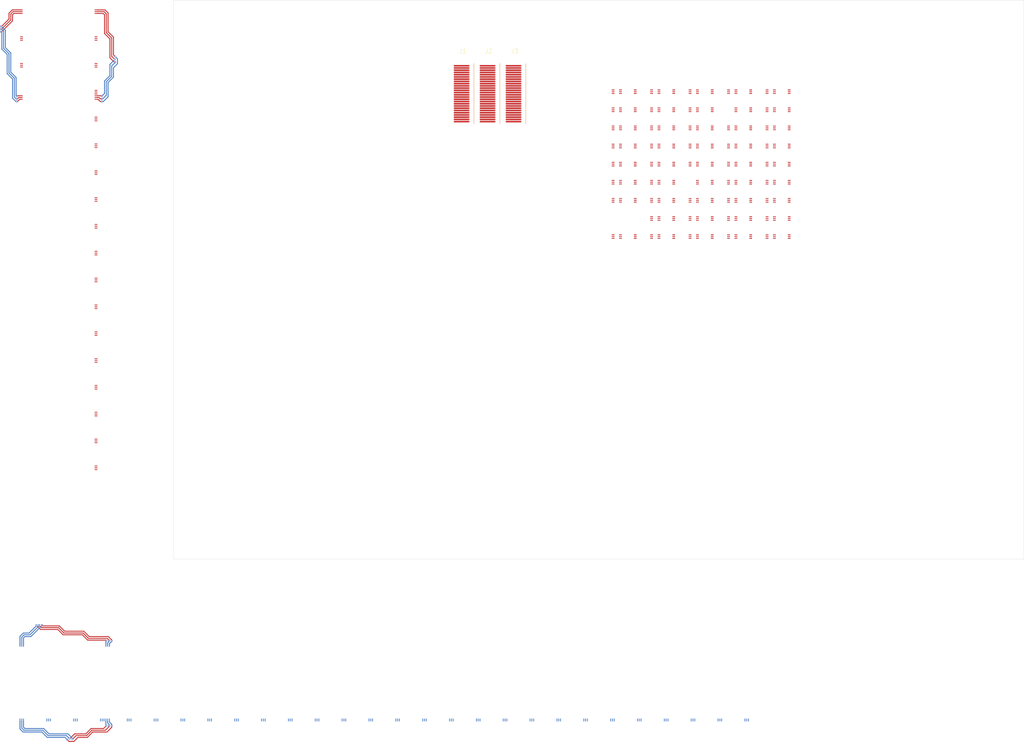
<source format=kicad_pcb>
(kicad_pcb (version 20241229) (generator "pcbnew") (generator_version "9.0")
  (layers (0 "F.Cu" signal) (2 "B.Cu" signal) (13 "F.Paste" user) (15 "B.Paste" user) (5 "F.SilkS" user "F.Silkscreen") (7 "B.SilkS" user "B.Silkscreen") (1 "F.Mask" user) (3 "B.Mask" user) (25 "Edge.Cuts" user))
  (net 0 "")
  (net 1 "/Y7")
  (net 2 "GND")
  (net 5 "/Y11")
  (net 6 "/Y5")
  (net 7 "/Y3")
  (net 8 "/Y1")
  (net 9 "/Y12")
  (net 10 "/Y17")
  (net 11 "/Y16")
  (net 12 "/Y2")
  (net 13 "/Y10")
  (net 14 "/Y9")
  (net 15 "/Y14")
  (net 16 "/Y13")
  (net 17 "/Y0")
  (net 18 "/Y15")
  (net 19 "/Y6")
  (net 20 "/Y8")
  (net 21 "/Y4")
  (net 23 "/X4")
  (net 24 "/X16")
  (net 25 "/X3")
  (net 26 "/X0")
  (net 27 "/X19")
  (net 28 "/X13")
  (net 29 "/X14")
  (net 30 "/X12")
  (net 31 "/X8")
  (net 32 "/X11")
  (net 33 "/X17")
  (net 34 "/X1")
  (net 35 "/X10")
  (net 36 "/X7")
  (net 37 "/X9")
  (net 38 "/X2")
  (net 39 "/X5")
  (net 40 "/X6")
  (net 41 "/X18")
  (net 43 "/X15")
  (net 51 "/X20")
  (net 53 "/X21")
  (net 54 "/X23")
  (net 55 "/X27")
  (net 57 "/X22")
  (net 61 "/X24")
  (net 62 "/X25")
  (net 63 "/X26")
  (net 68 "Net-(J4-Pin_5)")
  (net 69 "Net-(J4-Pin_3)")
  (net 70 "Net-(J4-Pin_1)")
  (net 71 "Net-(J4-Pin_4)")
  (net 72 "Net-(J4-Pin_6)")
  (net 73 "Net-(J5-Pin_6)")
  (net 74 "Net-(J5-Pin_2)")
  (net 75 "Net-(J5-Pin_4)")
  (net 76 "Net-(J6-Pin_2)")
  (net 77 "Net-(J6-Pin_4)")
  (net 78 "Net-(J6-Pin_6)")
  (net 79 "Net-(J10-Pin_5)")
  (net 80 "Net-(J8-Pin_1)")
  (net 81 "Net-(J8-Pin_5)")
  (net 82 "Net-(J10-Pin_3)")
  (net 83 "Net-(J8-Pin_3)")
  (net 84 "Net-(J11-Pin_5)")
  (net 85 "Net-(J11-Pin_1)")
  (net 86 "Net-(J11-Pin_3)")
  (net 87 "Net-(J10-Pin_4)")
  (net 88 "Net-(J10-Pin_2)")
  (net 89 "Net-(J10-Pin_6)")
  (net 90 "Net-(J12-Pin_4)")
  (net 91 "Net-(J12-Pin_6)")
  (net 92 "Net-(J12-Pin_3)")
  (net 93 "Net-(J12-Pin_1)")
  (net 94 "Net-(J12-Pin_5)")
  (net 95 "Net-(J13-Pin_2)")
  (net 96 "Net-(J13-Pin_6)")
  (net 97 "Net-(J13-Pin_4)")
  (net 98 "Net-(J14-Pin_2)")
  (net 99 "Net-(J14-Pin_6)")
  (net 100 "Net-(J14-Pin_4)")
  (net 101 "Net-(J16-Pin_3)")
  (net 102 "Net-(J16-Pin_1)")
  (net 103 "Net-(J16-Pin_6)")
  (net 104 "Net-(J16-Pin_5)")
  (net 105 "Net-(J16-Pin_4)")
  (net 106 "Net-(J17-Pin_4)")
  (net 107 "Net-(J17-Pin_6)")
  (net 108 "Net-(J17-Pin_2)")
  (net 109 "Net-(J18-Pin_4)")
  (net 110 "Net-(J18-Pin_2)")
  (net 111 "Net-(J18-Pin_6)")
  (net 112 "Net-(J20-Pin_5)")
  (net 113 "Net-(J20-Pin_4)")
  (net 114 "Net-(J20-Pin_3)")
  (net 115 "Net-(J20-Pin_6)")
  (net 116 "Net-(J20-Pin_1)")
  (net 117 "Net-(J21-Pin_4)")
  (net 118 "Net-(J21-Pin_2)")
  (net 119 "Net-(J21-Pin_6)")
  (net 120 "Net-(J22-Pin_4)")
  (net 121 "Net-(J22-Pin_6)")
  (net 122 "Net-(J22-Pin_2)")
  (net 123 "Net-(J24-Pin_3)")
  (net 124 "Net-(J24-Pin_1)")
  (net 125 "Net-(J24-Pin_4)")
  (net 126 "Net-(J24-Pin_6)")
  (net 127 "Net-(J24-Pin_5)")
  (net 128 "Net-(J25-Pin_4)")
  (net 129 "Net-(J25-Pin_6)")
  (net 130 "Net-(J25-Pin_2)")
  (net 131 "Net-(J26-Pin_6)")
  (net 132 "Net-(J26-Pin_4)")
  (net 133 "Net-(J26-Pin_2)")
  (net 134 "Net-(J28-Pin_6)")
  (net 135 "Net-(J28-Pin_3)")
  (net 136 "Net-(J28-Pin_1)")
  (net 137 "Net-(J28-Pin_4)")
  (net 138 "Net-(J28-Pin_5)")
  (net 139 "Net-(J29-Pin_4)")
  (net 140 "Net-(J29-Pin_6)")
  (net 141 "Net-(J29-Pin_2)")
  (net 142 "Net-(J30-Pin_2)")
  (net 143 "Net-(J30-Pin_4)")
  (net 144 "Net-(J30-Pin_6)")
  (net 145 "Net-(J32-Pin_3)")
  (net 146 "Net-(J32-Pin_5)")
  (net 147 "Net-(J32-Pin_6)")
  (net 148 "Net-(J32-Pin_4)")
  (net 149 "Net-(J32-Pin_1)")
  (net 150 "Net-(J33-Pin_4)")
  (net 151 "Net-(J33-Pin_2)")
  (net 152 "Net-(J33-Pin_6)")
  (net 153 "Net-(J34-Pin_6)")
  (net 154 "Net-(J34-Pin_4)")
  (net 155 "Net-(J34-Pin_2)")
  (net 156 "Net-(J36-Pin_1)")
  (net 157 "Net-(J36-Pin_6)")
  (net 158 "Net-(J36-Pin_3)")
  (net 159 "Net-(J36-Pin_5)")
  (net 160 "Net-(J36-Pin_4)")
  (net 161 "Net-(J37-Pin_4)")
  (net 162 "Net-(J37-Pin_6)")
  (net 163 "Net-(J37-Pin_2)")
  (net 164 "Net-(J38-Pin_6)")
  (net 165 "Net-(J38-Pin_2)")
  (net 166 "Net-(J38-Pin_4)")
  (net 167 "Net-(J40-Pin_5)")
  (net 168 "Net-(J40-Pin_1)")
  (net 169 "Net-(J40-Pin_3)")
  (net 170 "Net-(J40-Pin_4)")
  (net 171 "Net-(J40-Pin_6)")
  (net 172 "Net-(J41-Pin_2)")
  (net 173 "Net-(J41-Pin_6)")
  (net 174 "Net-(J41-Pin_4)")
  (net 175 "Net-(J42-Pin_2)")
  (net 176 "Net-(J42-Pin_6)")
  (net 177 "Net-(J42-Pin_4)")
  (net 178 "Net-(J44-Pin_6)")
  (net 179 "Net-(J44-Pin_1)")
  (net 180 "Net-(J44-Pin_5)")
  (net 181 "Net-(J44-Pin_3)")
  (net 182 "Net-(J44-Pin_4)")
  (net 183 "Net-(J45-Pin_6)")
  (net 184 "Net-(J45-Pin_4)")
  (net 185 "Net-(J45-Pin_2)")
  (net 186 "Net-(J46-Pin_2)")
  (net 187 "Net-(J46-Pin_6)")
  (net 188 "Net-(J46-Pin_4)")
  (net 189 "Net-(J48-Pin_3)")
  (net 190 "Net-(J48-Pin_4)")
  (net 191 "Net-(J48-Pin_5)")
  (net 192 "Net-(J48-Pin_6)")
  (net 193 "Net-(J48-Pin_1)")
  (net 194 "Net-(J49-Pin_6)")
  (net 195 "Net-(J49-Pin_2)")
  (net 196 "Net-(J49-Pin_4)")
  (net 197 "Net-(J50-Pin_4)")
  (net 198 "Net-(J50-Pin_2)")
  (net 199 "Net-(J50-Pin_6)")
  (net 200 "Net-(J52-Pin_5)")
  (net 201 "Net-(J52-Pin_3)")
  (net 202 "Net-(J52-Pin_6)")
  (net 203 "Net-(J52-Pin_1)")
  (net 204 "Net-(J52-Pin_4)")
  (net 205 "Net-(J53-Pin_4)")
  (net 206 "Net-(J53-Pin_6)")
  (net 207 "Net-(J53-Pin_2)")
  (net 208 "Net-(J54-Pin_4)")
  (net 209 "Net-(J54-Pin_6)")
  (net 210 "Net-(J54-Pin_2)")
  (net 211 "Net-(J56-Pin_3)")
  (net 212 "Net-(J56-Pin_1)")
  (net 213 "Net-(J56-Pin_5)")
  (net 214 "Net-(J56-Pin_4)")
  (net 215 "Net-(J56-Pin_6)")
  (net 216 "Net-(J57-Pin_2)")
  (net 217 "Net-(J57-Pin_6)")
  (net 218 "Net-(J57-Pin_4)")
  (net 219 "Net-(J58-Pin_4)")
  (net 220 "Net-(J58-Pin_2)")
  (net 221 "Net-(J58-Pin_6)")
  (net 222 "Net-(J60-Pin_3)")
  (net 223 "Net-(J60-Pin_5)")
  (net 224 "Net-(J60-Pin_1)")
  (net 225 "Net-(J60-Pin_6)")
  (net 226 "Net-(J60-Pin_4)")
  (net 227 "Net-(J61-Pin_2)")
  (net 228 "Net-(J61-Pin_6)")
  (net 229 "Net-(J61-Pin_4)")
  (net 230 "Net-(J62-Pin_6)")
  (net 231 "Net-(J62-Pin_4)")
  (net 232 "Net-(J62-Pin_2)")
  (net 233 "Net-(J64-Pin_5)")
  (net 234 "Net-(J64-Pin_3)")
  (net 235 "Net-(J64-Pin_1)")
  (net 236 "Net-(J64-Pin_6)")
  (net 237 "Net-(J64-Pin_4)")
  (net 238 "Net-(J65-Pin_6)")
  (net 239 "Net-(J65-Pin_4)")
  (net 240 "Net-(J65-Pin_2)")
  (net 241 "Net-(J66-Pin_2)")
  (net 242 "Net-(J66-Pin_4)")
  (net 243 "Net-(J66-Pin_6)")
  (net 244 "Net-(J68-Pin_5)")
  (net 245 "Net-(J68-Pin_6)")
  (net 246 "Net-(J68-Pin_1)")
  (net 247 "Net-(J68-Pin_3)")
  (net 248 "Net-(J68-Pin_4)")
  (net 249 "Net-(J69-Pin_6)")
  (net 250 "Net-(J69-Pin_4)")
  (net 251 "Net-(J69-Pin_2)")
  (net 252 "Net-(J70-Pin_6)")
  (net 253 "Net-(J70-Pin_2)")
  (net 254 "Net-(J70-Pin_4)")
  (net 255 "Net-(J72-Pin_6)")
  (net 256 "Net-(J72-Pin_3)")
  (net 257 "Net-(J72-Pin_4)")
  (net 258 "Net-(J72-Pin_1)")
  (net 259 "Net-(J72-Pin_5)")
  (net 260 "Net-(J73-Pin_4)")
  (net 261 "Net-(J73-Pin_6)")
  (net 262 "Net-(J73-Pin_2)")
  (net 263 "Net-(J74-Pin_6)")
  (net 264 "Net-(J74-Pin_2)")
  (net 265 "Net-(J74-Pin_4)")
  (net 266 "Net-(J76-Pin_6)")
  (net 267 "Net-(J76-Pin_5)")
  (net 268 "Net-(J76-Pin_4)")
  (net 269 "Net-(J76-Pin_3)")
  (net 270 "Net-(J76-Pin_1)")
  (net 271 "Net-(J77-Pin_2)")
  (net 272 "Net-(J77-Pin_6)")
  (net 273 "Net-(J77-Pin_4)")
  (net 274 "Net-(J78-Pin_4)")
  (net 275 "Net-(J78-Pin_6)")
  (net 276 "Net-(J78-Pin_2)")
  (net 277 "Net-(J80-Pin_6)")
  (net 278 "Net-(J80-Pin_4)")
  (net 279 "Net-(J80-Pin_1)")
  (net 280 "Net-(J80-Pin_5)")
  (net 281 "Net-(J80-Pin_3)")
  (net 282 "Net-(J81-Pin_6)")
  (net 283 "Net-(J81-Pin_4)")
  (net 284 "Net-(J81-Pin_2)")
  (net 285 "Net-(J82-Pin_6)")
  (net 286 "Net-(J82-Pin_4)")
  (net 287 "Net-(J82-Pin_2)")
  (net 288 "Net-(J84-Pin_5)")
  (net 289 "Net-(J84-Pin_1)")
  (net 290 "Net-(J84-Pin_6)")
  (net 291 "Net-(J84-Pin_4)")
  (net 292 "Net-(J84-Pin_3)")
  (net 293 "Net-(J85-Pin_4)")
  (net 294 "Net-(J85-Pin_6)")
  (net 295 "Net-(J85-Pin_2)")
  (net 296 "Net-(J86-Pin_4)")
  (net 297 "Net-(J86-Pin_6)")
  (net 298 "Net-(J86-Pin_2)")
  (net 299 "Net-(J88-Pin_1)")
  (net 300 "Net-(J88-Pin_6)")
  (net 301 "Net-(J88-Pin_4)")
  (net 302 "Net-(J88-Pin_5)")
  (net 303 "Net-(J88-Pin_3)")
  (net 304 "Net-(J89-Pin_6)")
  (net 305 "Net-(J89-Pin_4)")
  (net 306 "Net-(J89-Pin_2)")
  (net 307 "Net-(J90-Pin_2)")
  (net 308 "Net-(J90-Pin_4)")
  (net 309 "Net-(J90-Pin_6)")
  (net 310 "Net-(J92-Pin_3)")
  (net 311 "Net-(J92-Pin_5)")
  (net 312 "Net-(J92-Pin_4)")
  (net 313 "Net-(J92-Pin_1)")
  (net 314 "Net-(J92-Pin_6)")
  (net 315 "Net-(J93-Pin_4)")
  (net 316 "Net-(J93-Pin_6)")
  (net 317 "Net-(J93-Pin_2)")
  (net 318 "Net-(J94-Pin_2)")
  (net 319 "Net-(J94-Pin_6)")
  (net 320 "Net-(J94-Pin_4)")
  (net 321 "Net-(J96-Pin_3)")
  (net 322 "Net-(J96-Pin_4)")
  (net 323 "Net-(J96-Pin_6)")
  (net 324 "Net-(J96-Pin_1)")
  (net 325 "Net-(J96-Pin_5)")
  (net 326 "Net-(J97-Pin_4)")
  (net 327 "Net-(J97-Pin_2)")
  (net 328 "Net-(J97-Pin_6)")
  (net 329 "Net-(J98-Pin_2)")
  (net 330 "Net-(J98-Pin_4)")
  (net 331 "Net-(J98-Pin_6)")
  (net 332 "Net-(J100-Pin_3)")
  (net 333 "Net-(J100-Pin_5)")
  (net 334 "Net-(J100-Pin_4)")
  (net 335 "Net-(J100-Pin_1)")
  (net 336 "Net-(J100-Pin_6)")
  (net 337 "Net-(J101-Pin_4)")
  (net 338 "Net-(J101-Pin_6)")
  (net 339 "Net-(J101-Pin_2)")
  (net 340 "Net-(J102-Pin_6)")
  (net 341 "Net-(J102-Pin_2)")
  (net 342 "Net-(J102-Pin_4)")
  (net 343 "Net-(J104-Pin_3)")
  (net 344 "Net-(J104-Pin_4)")
  (net 345 "Net-(J104-Pin_1)")
  (net 346 "Net-(J104-Pin_5)")
  (net 347 "Net-(J104-Pin_6)")
  (net 348 "Net-(J105-Pin_6)")
  (net 349 "Net-(J105-Pin_2)")
  (net 350 "Net-(J105-Pin_4)")
  (net 351 "Net-(J106-Pin_2)")
  (net 352 "Net-(J106-Pin_4)")
  (net 353 "Net-(J106-Pin_6)")
  (net 354 "Net-(J108-Pin_3)")
  (net 355 "Net-(J108-Pin_4)")
  (net 356 "Net-(J108-Pin_1)")
  (net 357 "Net-(J108-Pin_6)")
  (net 358 "Net-(J108-Pin_5)")
  (net 359 "Net-(J109-Pin_2)")
  (net 360 "Net-(J109-Pin_4)")
  (net 361 "Net-(J109-Pin_6)")
  (net 362 "Net-(J110-Pin_2)")
  (net 363 "Net-(J110-Pin_6)")
  (net 364 "Net-(J110-Pin_4)")
  (net 365 "Net-(J112-Pin_1)")
  (net 366 "Net-(J112-Pin_4)")
  (net 367 "Net-(J112-Pin_5)")
  (net 368 "Net-(J112-Pin_3)")
  (net 369 "Net-(J112-Pin_6)")
  (net 370 "Net-(J113-Pin_4)")
  (net 371 "Net-(J113-Pin_6)")
  (net 372 "Net-(J113-Pin_2)")
  (net 373 "Net-(J114-Pin_6)")
  (net 374 "Net-(J114-Pin_4)")
  (net 375 "Net-(J114-Pin_2)")
  (net 376 "Net-(J116-Pin_4)")
  (net 377 "Net-(J116-Pin_3)")
  (net 378 "Net-(J116-Pin_6)")
  (net 379 "Net-(J116-Pin_1)")
  (net 380 "Net-(J116-Pin_5)")
  (net 381 "Net-(J117-Pin_6)")
  (net 382 "Net-(J117-Pin_2)")
  (net 383 "Net-(J117-Pin_4)")
  (net 384 "Net-(J118-Pin_4)")
  (net 385 "Net-(J118-Pin_2)")
  (net 386 "Net-(J118-Pin_6)")
  (net 387 "Net-(J120-Pin_4)")
  (net 388 "Net-(J120-Pin_6)")
  (net 389 "Net-(J120-Pin_5)")
  (net 390 "Net-(J120-Pin_3)")
  (net 391 "Net-(J120-Pin_1)")
  (net 392 "Net-(J121-Pin_2)")
  (net 393 "Net-(J121-Pin_4)")
  (net 394 "Net-(J121-Pin_6)")
  (net 395 "Net-(J122-Pin_4)")
  (net 396 "Net-(J122-Pin_6)")
  (net 397 "Net-(J122-Pin_2)")
  (net 398 "Net-(J124-Pin_1)")
  (net 399 "Net-(J124-Pin_6)")
  (net 400 "Net-(J124-Pin_4)")
  (net 401 "Net-(J124-Pin_5)")
  (net 402 "Net-(J124-Pin_3)")
  (net 403 "Net-(J125-Pin_6)")
  (net 404 "Net-(J125-Pin_4)")
  (net 405 "Net-(J125-Pin_2)")
  (net 406 "Net-(J126-Pin_6)")
  (net 407 "Net-(J126-Pin_2)")
  (net 408 "Net-(J126-Pin_4)")
  (net 409 "Net-(J128-Pin_4)")
  (net 410 "Net-(J128-Pin_6)")
  (net 411 "Net-(J128-Pin_3)")
  (net 412 "Net-(J128-Pin_1)")
  (net 413 "Net-(J128-Pin_5)")
  (net 414 "Net-(J129-Pin_2)")
  (net 415 "Net-(J129-Pin_6)")
  (net 416 "Net-(J129-Pin_4)")
  (net 417 "Net-(J130-Pin_2)")
  (net 418 "Net-(J130-Pin_6)")
  (net 419 "Net-(J130-Pin_4)")
  (net 420 "Net-(J132-Pin_5)")
  (net 421 "Net-(J132-Pin_1)")
  (net 422 "Net-(J132-Pin_3)")
  (net 423 "Net-(J132-Pin_6)")
  (net 424 "Net-(J132-Pin_4)")
  (net 425 "Net-(J133-Pin_6)")
  (net 426 "Net-(J133-Pin_4)")
  (net 427 "Net-(J133-Pin_2)")
  (net 428 "Net-(J134-Pin_2)")
  (net 429 "Net-(J134-Pin_4)")
  (net 430 "Net-(J134-Pin_6)")
  (net 431 "Net-(J136-Pin_4)")
  (net 432 "Net-(J136-Pin_1)")
  (net 433 "Net-(J136-Pin_5)")
  (net 434 "Net-(J136-Pin_3)")
  (net 435 "Net-(J136-Pin_6)")
  (net 436 "Net-(J137-Pin_4)")
  (net 437 "Net-(J137-Pin_6)")
  (net 438 "Net-(J137-Pin_2)")
  (net 439 "Net-(J138-Pin_2)")
  (net 440 "Net-(J138-Pin_4)")
  (net 441 "Net-(J138-Pin_6)")
  (net 442 "Net-(J140-Pin_6)")
  (net 443 "Net-(J140-Pin_3)")
  (net 444 "Net-(J140-Pin_1)")
  (net 445 "Net-(J140-Pin_4)")
  (net 446 "Net-(J140-Pin_5)")
  (net 447 "Net-(J141-Pin_2)")
  (net 448 "Net-(J141-Pin_6)")
  (net 449 "Net-(J141-Pin_4)")
  (net 450 "Net-(J142-Pin_6)")
  (net 451 "Net-(J142-Pin_2)")
  (net 452 "Net-(J142-Pin_4)")
  (net 453 "Net-(J144-Pin_6)")
  (net 454 "Net-(J144-Pin_5)")
  (net 455 "Net-(J144-Pin_4)")
  (net 456 "Net-(J144-Pin_3)")
  (net 457 "Net-(J144-Pin_1)")
  (net 458 "Net-(J145-Pin_4)")
  (net 459 "Net-(J145-Pin_2)")
  (net 460 "Net-(J145-Pin_6)")
  (net 461 "Net-(J146-Pin_6)")
  (net 462 "Net-(J146-Pin_2)")
  (net 463 "Net-(J146-Pin_4)")
  (net 464 "Net-(J148-Pin_5)")
  (net 465 "Net-(J148-Pin_4)")
  (net 466 "Net-(J148-Pin_1)")
  (net 467 "Net-(J148-Pin_6)")
  (net 468 "Net-(J148-Pin_3)")
  (net 469 "Net-(J149-Pin_2)")
  (net 470 "Net-(J149-Pin_4)")
  (net 471 "Net-(J149-Pin_6)")
  (net 472 "Net-(J150-Pin_2)")
  (net 473 "Net-(J150-Pin_6)")
  (net 474 "Net-(J150-Pin_4)")
  (net 475 "Net-(J152-Pin_6)")
  (net 476 "Net-(J152-Pin_4)")
  (net 477 "Net-(J152-Pin_5)")
  (net 478 "Net-(J152-Pin_1)")
  (net 479 "Net-(J152-Pin_3)")
  (net 480 "Net-(J153-Pin_2)")
  (net 481 "Net-(J153-Pin_4)")
  (net 482 "Net-(J153-Pin_6)")
  (net 483 "Net-(J154-Pin_4)")
  (net 484 "Net-(J154-Pin_6)")
  (net 485 "Net-(J154-Pin_2)")
  (net 486 "Net-(J156-Pin_3)")
  (net 487 "Net-(J156-Pin_5)")
  (net 488 "Net-(J156-Pin_1)")
  (net 489 "Net-(J156-Pin_6)")
  (net 490 "Net-(J156-Pin_4)")
  (net 491 "Net-(J157-Pin_2)")
  (net 492 "Net-(J157-Pin_6)")
  (net 493 "Net-(J157-Pin_4)")
  (net 494 "Net-(J158-Pin_2)")
  (net 495 "Net-(J158-Pin_4)")
  (net 496 "Net-(J158-Pin_6)")
  (net 497 "Net-(J160-Pin_5)")
  (net 498 "Net-(J160-Pin_3)")
  (net 499 "Net-(J160-Pin_4)")
  (net 500 "Net-(J160-Pin_1)")
  (net 501 "Net-(J160-Pin_6)")
  (net 502 "Net-(J161-Pin_4)")
  (net 503 "Net-(J161-Pin_2)")
  (net 504 "Net-(J161-Pin_6)")
  (net 505 "Net-(J162-Pin_6)")
  (net 506 "Net-(J162-Pin_2)")
  (net 507 "Net-(J162-Pin_4)")
  (net 508 "Net-(J164-Pin_1)")
  (net 509 "Net-(J164-Pin_4)")
  (net 510 "Net-(J164-Pin_3)")
  (net 511 "Net-(J164-Pin_6)")
  (net 512 "Net-(J164-Pin_5)")
  (net 513 "Net-(J165-Pin_6)")
  (net 514 "Net-(J165-Pin_4)")
  (net 515 "Net-(J165-Pin_2)")
  (net 516 "Net-(J166-Pin_2)")
  (net 517 "Net-(J166-Pin_4)")
  (net 518 "Net-(J166-Pin_6)")
  (net 519 "Net-(J168-Pin_5)")
  (net 520 "Net-(J168-Pin_4)")
  (net 521 "Net-(J168-Pin_1)")
  (net 522 "Net-(J168-Pin_6)")
  (net 523 "Net-(J168-Pin_3)")
  (net 524 "Net-(J169-Pin_2)")
  (net 525 "Net-(J169-Pin_4)")
  (net 526 "Net-(J169-Pin_6)")
  (net 527 "Net-(J170-Pin_2)")
  (net 528 "Net-(J170-Pin_6)")
  (net 529 "Net-(J170-Pin_4)")
  (net 530 "Net-(J172-Pin_4)")
  (net 531 "Net-(J172-Pin_3)")
  (net 532 "Net-(J172-Pin_5)")
  (net 533 "Net-(J172-Pin_1)")
  (net 534 "Net-(J172-Pin_6)")
  (net 535 "Net-(J173-Pin_6)")
  (net 536 "Net-(J173-Pin_2)")
  (net 537 "Net-(J173-Pin_4)")
  (net 538 "Net-(J174-Pin_6)")
  (net 539 "Net-(J174-Pin_4)")
  (net 540 "Net-(J174-Pin_2)")
  (net 541 "Net-(J176-Pin_6)")
  (net 542 "Net-(J176-Pin_1)")
  (net 543 "Net-(J176-Pin_4)")
  (net 544 "Net-(J176-Pin_3)")
  (net 545 "Net-(J176-Pin_5)")
  (net 546 "Net-(J177-Pin_6)")
  (net 547 "Net-(J177-Pin_4)")
  (net 548 "Net-(J177-Pin_2)")
  (net 549 "Net-(J178-Pin_4)")
  (net 550 "Net-(J178-Pin_2)")
  (net 551 "Net-(J178-Pin_6)")
  (net 552 "Net-(J180-Pin_6)")
  (net 553 "Net-(J180-Pin_5)")
  (net 554 "Net-(J180-Pin_3)")
  (net 555 "Net-(J180-Pin_1)")
  (net 556 "Net-(J180-Pin_4)")
  (net 557 "Net-(J181-Pin_6)")
  (net 558 "Net-(J181-Pin_4)")
  (net 559 "Net-(J181-Pin_2)")
  (net 560 "Net-(J182-Pin_4)")
  (net 561 "Net-(J182-Pin_6)")
  (net 562 "Net-(J182-Pin_2)")
  (net 563 "Net-(J184-Pin_6)")
  (net 564 "Net-(J184-Pin_3)")
  (net 565 "Net-(J184-Pin_4)")
  (net 566 "Net-(J184-Pin_5)")
  (net 567 "Net-(J184-Pin_1)")
  (net 568 "Net-(J185-Pin_4)")
  (net 569 "Net-(J185-Pin_6)")
  (net 570 "Net-(J185-Pin_2)")
  (net 571 "Net-(J186-Pin_6)")
  (net 572 "Net-(J186-Pin_2)")
  (net 573 "Net-(J186-Pin_4)")
  (footprint "footprints:coil_terminal_3p" (layer "F.Cu") (at 176.95 58.9)
    (property "Reference" "J40" (hide yes))
    (property "Value" "Conn_02x03_Odd_Even" (hide yes))
  )
  (footprint "footprints:coil_terminal_3p" (layer "F.Cu") (at 204.4 46.75)
    (property "Reference" "J173" (hide yes))
    (property "Value" "Conn_02x03_Odd_Even" (hide yes))
  )
  (footprint "footprints:coil_terminal_3p" (layer "F.Cu") (at 176.95 67)
    (property "Reference" "J44" (hide yes))
    (property "Value" "Conn_02x03_Odd_Even" (hide yes))
  )
  (footprint "footprints:coil_terminal_3p" (layer "F.Cu") (at 187.2 79.15)
    (property "Reference" "J137" (hide yes))
    (property "Value" "Conn_02x03_Odd_Even" (hide yes))
  )
  (footprint "footprints:coil_terminal_3p" (layer "F.Cu") (at 199.1 50.8)
    (property "Reference" "J119" (hide yes))
    (property "Value" "Conn_02x03_Odd_Even" (hide yes))
  )
  (footprint "footprints:coil_terminal_3p" (layer "F.Cu") (at 168.35 54.85)
    (property "Reference" "J128" (hide yes))
    (property "Value" "Conn_02x03_Odd_Even" (hide yes))
  )
  (footprint "footprints:coil_terminal_3p" (layer "F.Cu") (at 178.6 75.1)
    (property "Reference" "J177" (hide yes))
    (property "Value" "Conn_02x03_Odd_Even" (hide yes))
  )
  (footprint "footprints:coil_terminal_3p" (layer "F.Cu") (at 204.4 67)
    (property "Reference" "J25" (hide yes))
    (property "Value" "Conn_02x03_Odd_Even" (hide yes))
  )
  (footprint "footprints:coil_terminal_3p" (layer "F.Cu") (at 52.8 100.85)
    (property "Reference" "J162" (hide yes))
    (property "Value" "Conn_02x03_Odd_Even" (hide yes))
  )
  (footprint "footprints:coil_terminal_3p" (layer "F.Cu") (at 202.75 50.8)
    (property "Reference" "J124" (hide yes))
    (property "Value" "Conn_02x03_Odd_Even" (hide yes))
  )
  (footprint "footprints:coil_terminal_3p" (layer "F.Cu") (at 195.8 79.15)
    (property "Reference" "J37" (hide yes))
    (property "Value" "Conn_02x03_Odd_Even" (hide yes))
  )
  (footprint "footprints:coil_terminal_3p" (layer "F.Cu") (at 204.4 75.1)
    (property "Reference" "J9" (hide yes))
    (property "Value" "Conn_02x03_Odd_Even" (hide yes))
  )
  (footprint "footprints:coil_terminal_3p" (layer "F.Cu") (at 185.55 54.85)
    (property "Reference" "J168" (hide yes))
    (property "Value" "Conn_02x03_Odd_Even" (hide yes))
  )
  (footprint "footprints:coil_terminal_3p" (layer "F.Cu") (at 176.95 71.05)
    (property "Reference" "J16" (hide yes))
    (property "Value" "Conn_02x03_Odd_Even" (hide yes))
  )
  (footprint "footprints:coil_terminal_3p" (layer "F.Cu") (at 185.55 62.95)
    (property "Reference" "J20" (hide yes))
    (property "Value" "Conn_02x03_Odd_Even" (hide yes))
  )
  (footprint "footprints:coil_terminal_3p" (layer "F.Cu") (at 173.3 54.85)
    (property "Reference" "J131" (hide yes))
    (property "Value" "Conn_02x03_Odd_Even" (hide yes))
  )
  (footprint "footprints:coil_terminal_3p" (layer "F.Cu") (at 202.75 58.9)
    (property "Reference" "J64" (hide yes))
    (property "Value" "Conn_02x03_Odd_Even" (hide yes))
  )
  (footprint "footprints:coil_terminal_3p" (layer "F.Cu") (at 190.5 46.75)
    (property "Reference" "J155" (hide yes))
    (property "Value" "Conn_02x03_Odd_Even" (hide yes))
  )
  (footprint "footprints:coil_terminal_3p" (layer "F.Cu") (at 178.6 58.9)
    (property "Reference" "J41" (hide yes))
    (property "Value" "Conn_02x03_Odd_Even" (hide yes))
  )
  (footprint "footprints:coil_terminal_3p" (layer "F.Cu") (at 207.7 50.8)
    (property "Reference" "J127" (hide yes))
    (property "Value" "Conn_02x03_Odd_Even" (hide yes))
  )
  (footprint "footprints:coil_terminal_3p" (layer "F.Cu") (at 176.95 54.85)
    (property "Reference" "J148" (hide yes))
    (property "Value" "Conn_02x03_Odd_Even" (hide yes))
  )
  (footprint "footprints:coil_terminal_3p" (layer "F.Cu") (at 52.8 130.85)
    (property "Reference" "J182" (hide yes))
    (property "Value" "Conn_02x03_Odd_Even" (hide yes))
  )
  (footprint "footprints:coil_terminal_3p" (layer "F.Cu") (at 199.1 62.95)
    (property "Reference" "J83" (hide yes))
    (property "Value" "Conn_02x03_Odd_Even" (hide yes))
  )
  (footprint "footprints:coil_terminal_3p" (layer "F.Cu") (at 176.95 62.95)
    (property "Reference" "J84" (hide yes))
    (property "Value" "Conn_02x03_Odd_Even" (hide yes))
  )
  (footprint "footprints:coil_terminal_3p" (layer "F.Cu") (at 181.9 62.95)
    (property "Reference" "J87" (hide yes))
    (property "Value" "Conn_02x03_Odd_Even" (hide yes))
  )
  (footprint "footprints:coil_terminal_3p" (layer "F.Cu") (at 181.9 50.8)
    (property "Reference" "J31" (hide yes))
    (property "Value" "Conn_02x03_Odd_Even" (hide yes))
  )
  (footprint "footprints:coil_terminal_3p" (layer "F.Cu") (at 195.8 58.9)
    (property "Reference" "J165" (hide yes))
    (property "Value" "Conn_02x03_Odd_Even" (hide yes))
  )
  (footprint "footprints:coil_terminal_3p" (layer "F.Cu") (at 187.2 67)
    (property "Reference" "J121" (hide yes))
    (property "Value" "Conn_02x03_Odd_Even" (hide yes))
  )
  (footprint "footprints:coil_terminal_3p" (layer "F.Cu") (at 199.1 46.75)
    (property "Reference" "J51" (hide yes))
    (property "Value" "Conn_02x03_Odd_Even" (hide yes))
  )
  (footprint "footprints:coil_terminal_3p" (layer "F.Cu") (at 199.1 79.15)
    (property "Reference" "J39" (hide yes))
    (property "Value" "Conn_02x03_Odd_Even" (hide yes))
  )
  (footprint "footprints:coil_terminal_3p" (layer "F.Cu") (at 207.7 54.85)
    (property "Reference" "J63" (hide yes))
    (property "Value" "Conn_02x03_Odd_Even" (hide yes))
  )
  (footprint "footprints:coil_terminal_3p" (layer "F.Cu") (at 207.7 62.95)
    (property "Reference" "J183" (hide yes))
    (property "Value" "Conn_02x03_Odd_Even" (hide yes))
  )
  (footprint "footprints:coil_terminal_3p" (layer "F.Cu") (at 202.75 46.75)
    (property "Reference" "J172" (hide yes))
    (property "Value" "Conn_02x03_Odd_Even" (hide yes))
  )
  (footprint "footprints:coil_terminal_3p" (layer "F.Cu") (at 194.15 62.95)
    (property "Reference" "J80" (hide yes))
    (property "Value" "Conn_02x03_Odd_Even" (hide yes))
  )
  (footprint "footprints:coil_terminal_3p" (layer "F.Cu") (at 170 54.85)
    (property "Reference" "J129" (hide yes))
    (property "Value" "Conn_02x03_Odd_Even" (hide yes))
  )
  (footprint "FPC:Hirose_FH12-26S-0.5SH(55)-FPC_1" (layer "F.Cu") (at 132.75 47.2)
    (property "Reference" "J1")
    (property "Value" "Conn_01x26_MountingPin")
  )
  (footprint "footprints:coil_terminal_3p" (layer "F.Cu") (at 204.4 58.9)
    (property "Reference" "J65" (hide yes))
    (property "Value" "Conn_02x03_Odd_Even" (hide yes))
  )
  (footprint "footprints:coil_terminal_3p" (layer "F.Cu") (at 181.9 79.15)
    (property "Reference" "J15" (hide yes))
    (property "Value" "Conn_02x03_Odd_Even" (hide yes))
  )
  (footprint "footprints:coil_terminal_3p" (layer "F.Cu") (at 202.75 67)
    (property "Reference" "J24" (hide yes))
    (property "Value" "Conn_02x03_Odd_Even" (hide yes))
  )
  (footprint "footprints:coil_terminal_3p" (layer "F.Cu") (at 52.8 82.85)
    (property "Reference" "J150" (hide yes))
    (property "Value" "Conn_02x03_Odd_Even" (hide yes))
  )
  (footprint "footprints:coil_terminal_3p" (layer "F.Cu") (at 185.55 71.05)
    (property "Reference" "J88" (hide yes))
    (property "Value" "Conn_02x03_Odd_Even" (hide yes))
  )
  (footprint "footprints:coil_terminal_3p" (layer "F.Cu") (at 170 50.8)
    (property "Reference" "J161" (hide yes))
    (property "Value" "Conn_02x03_Odd_Even" (hide yes))
  )
  (footprint "footprints:coil_terminal_3p" (layer "F.Cu") (at 207.7 46.75)
    (property "Reference" "J175" (hide yes))
    (property "Value" "Conn_02x03_Odd_Even" (hide yes))
  )
  (footprint "footprints:coil_terminal_3p" (layer "F.Cu") (at 181.9 46.75)
    (property "Reference" "J147" (hide yes))
    (property "Value" "Conn_02x03_Odd_Even" (hide yes))
  )
  (footprint "footprints:coil_terminal_3p" (layer "F.Cu") (at 168.35 58.9)
    (property "Reference" "J100" (hide yes))
    (property "Value" "Conn_02x03_Odd_Even" (hide yes))
  )
  (footprint "footprints:coil_terminal_3p" (layer "F.Cu") (at 52.8 48.05)
    (property "Reference" "J115" (hide yes))
    (property "Value" "Conn_02x03_Odd_Even" (hide yes))
  )
  (footprint "footprints:coil_terminal_3p" (layer "F.Cu") (at 207.7 75.1)
    (property "Reference" "J11" (hide yes))
    (property "Value" "Conn_02x03_Odd_Even" (hide yes))
  )
  (footprint "footprints:coil_terminal_3p" (layer "F.Cu") (at 178.6 50.8)
    (property "Reference" "J29" (hide yes))
    (property "Value" "Conn_02x03_Odd_Even" (hide yes))
  )
  (footprint "footprints:coil_terminal_3p" (layer "F.Cu") (at 178.6 62.95)
    (property "Reference" "J85" (hide yes))
    (property "Value" "Conn_02x03_Odd_Even" (hide yes))
  )
  (footprint "footprints:coil_terminal_3p" (layer "F.Cu") (at 170 46.75)
    (property "Reference" "J53" (hide yes))
    (property "Value" "Conn_02x03_Odd_Even" (hide yes))
  )
  (footprint "footprints:coil_terminal_3p" (layer "F.Cu") (at 52.8 40.85)
    (property "Reference" "J122" (hide yes))
    (property "Value" "Conn_02x03_Odd_Even" (hide yes))
  )
  (footprint "footprints:coil_terminal_3p" (layer "F.Cu") (at 170 58.9)
    (property "Reference" "J101" (hide yes))
    (property "Value" "Conn_02x03_Odd_Even" (hide yes))
  )
  (footprint "footprints:coil_terminal_3p" (layer "F.Cu") (at 178.6 54.85)
    (property "Reference" "J149" (hide yes))
    (property "Value" "Conn_02x03_Odd_Even" (hide yes))
  )
  (footprint "footprints:coil_terminal_3p" (layer "F.Cu") (at 195.8 62.95)
    (property "Reference" "J81" (hide yes))
    (property "Value" "Conn_02x03_Odd_Even" (hide yes))
  )
  (footprint "footprints:coil_terminal_3p" (layer "F.Cu") (at 195.8 71.05)
    (property "Reference" "J97" (hide yes))
    (property "Value" "Conn_02x03_Odd_Even" (hide yes))
  )
  (footprint "footprints:coil_terminal_3p" (layer "F.Cu") (at 52.8 34.85)
    (property "Reference" "J118" (hide yes))
    (property "Value" "Conn_02x03_Odd_Even" (hide yes))
  )
  (footprint "footprints:coil_terminal_3p" (layer "F.Cu") (at 52.8 64.85)
    (property "Reference" "J138" (hide yes))
    (property "Value" "Conn_02x03_Odd_Even" (hide yes))
  )
  (footprint "footprints:coil_terminal_3p" (layer "F.Cu") (at 185.55 46.75)
    (property "Reference" "J152" (hide yes))
    (property "Value" "Conn_02x03_Odd_Even" (hide yes))
  )
  (footprint "footprints:coil_terminal_3p" (layer "F.Cu") (at 187.2 58.9)
    (property "Reference" "J157" (hide yes))
    (property "Value" "Conn_02x03_Odd_Even" (hide yes))
  )
  (footprint "footprints:coil_terminal_3p" (layer "F.Cu") (at 173.3 50.8)
    (property "Reference" "J163" (hide yes))
    (property "Value" "Conn_02x03_Odd_Even" (hide yes))
  )
  (footprint "footprints:coil_terminal_3p" (layer "F.Cu") (at 181.9 71.05)
    (property "Reference" "J19" (hide yes))
    (property "Value" "Conn_02x03_Odd_Even" (hide yes))
  )
  (footprint "footprints:coil_terminal_3p" (layer "F.Cu") (at 178.6 71.05)
    (property "Reference" "J17" (hide yes))
    (property "Value" "Conn_02x03_Odd_Even" (hide yes))
  )
  (footprint "footprints:coil_terminal_3p" (layer "F.Cu") (at 190.5 79.15)
    (property "Reference" "J139" (hide yes))
    (property "Value" "Conn_02x03_Odd_Even" (hide yes))
  )
  (footprint "footprints:coil_terminal_3p" (layer "F.Cu") (at 168.35 62.95)
    (property "Reference" "J140" (hide yes))
    (property "Value" "Conn_02x03_Odd_Even" (hide yes))
  )
  (footprint "footprints:coil_terminal_3p" (layer "F.Cu") (at 190.5 50.8)
    (property "Reference" "J107" (hide yes))
    (property "Value" "Conn_02x03_Odd_Even" (hide yes))
  )
  (footprint "footprints:coil_terminal_3p" (layer "F.Cu") (at 194.15 71.05)
    (property "Reference" "J96" (hide yes))
    (property "Value" "Conn_02x03_Odd_Even" (hide yes))
  )
  (footprint "footprints:coil_terminal_3p" (layer "F.Cu") (at 202.75 71.05)
    (property "Reference" "J92" (hide yes))
    (property "Value" "Conn_02x03_Odd_Even" (hide yes))
  )
  (footprint "footprints:coil_terminal_3p" (layer "F.Cu") (at 185.55 79.15)
    (property "Reference" "J136" (hide yes))
    (property "Value" "Conn_02x03_Odd_Even" (hide yes))
  )
  (footprint "footprints:coil_terminal_3p" (layer "F.Cu") (at 187.2 46.75)
    (property "Reference" "J153" (hide yes))
    (property "Value" "Conn_02x03_Odd_Even" (hide yes))
  )
  (footprint "footprints:coil_terminal_3p" (layer "F.Cu") (at 204.4 71.05)
    (property "Reference" "J93" (hide yes))
    (property "Value" "Conn_02x03_Odd_Even" (hide yes))
  )
  (footprint "footprints:coil_terminal_3p" (layer "F.Cu") (at 173.3 71.05)
    (property "Reference" "J79" (hide yes))
    (property "Value" "Conn_02x03_Odd_Even" (hide yes))
  )
  (footprint "footprints:coil_terminal_3p" (layer "F.Cu") (at 190.5 62.95)
    (property "Reference" "J23" (hide yes))
    (property "Value" "Conn_02x03_Odd_Even" (hide yes))
  )
  (footprint "footprints:coil_terminal_3p" (layer "F.Cu") (at 52.8 118.85)
    (property "Reference" "J174" (hide yes))
    (property "Value" "Conn_02x03_Odd_Even" (hide yes))
  )
  (footprint "footprints:coil_terminal_3p" (layer "F.Cu") (at 194.15 75.1)
    (property "Reference" "J68" (hide yes))
    (property "Value" "Conn_02x03_Odd_Even" (hide yes))
  )
  (footprint "footprints:coil_terminal_3p" (layer "F.Cu") (at 173.3 46.75)
    (property "Reference" "J55" (hide yes))
    (property "Value" "Conn_02x03_Odd_Even" (hide yes))
  )
  (footprint "footprints:coil_terminal_3p" (layer "F.Cu") (at 204.4 62.95)
    (property "Reference" "J181" (hide yes))
    (property "Value" "Conn_02x03_Odd_Even" (hide yes))
  )
  (footprint "footprints:coil_terminal_3p" (layer "F.Cu") (at 36.1 28.85)
    (property "Reference" "J112" (hide yes))
    (property "Value" "Conn_02x03_Odd_Even" (hide yes))
  )
  (footprint "footprints:coil_terminal_3p" (layer "F.Cu") (at 202.75 62.95)
    (property "Reference" "J180" (hide yes))
    (property "Value" "Conn_02x03_Odd_Even" (hide yes))
  )
  (footprint "FPC:Hirose_FH12-26S-0.5SH(55)-FPC_1" (layer "F.Cu") (at 138.55 47.2)
    (property "Reference" "J2")
    (property "Value" "Conn_01x26_MountingPin")
  )
  (footprint "footprints:coil_terminal_3p" (layer "F.Cu") (at 194.15 79.15)
    (property "Reference" "J36" (hide yes))
    (property "Value" "Conn_02x03_Odd_Even" (hide yes))
  )
  (footprint "footprints:coil_terminal_3p" (layer "F.Cu") (at 52.8 28.85)
    (property "Reference" "J114" (hide yes))
    (property "Value" "Conn_02x03_Odd_Even" (hide yes))
  )
  (footprint "footprints:coil_terminal_3p" (layer "F.Cu") (at 190.5 54.85)
    (property "Reference" "J171" (hide yes))
    (property "Value" "Conn_02x03_Odd_Even" (hide yes))
  )
  (footprint "footprints:coil_terminal_3p" (layer "F.Cu") (at 181.9 58.9)
    (property "Reference" "J43" (hide yes))
    (property "Value" "Conn_02x03_Odd_Even" (hide yes))
  )
  (footprint "footprints:coil_terminal_3p" (layer "F.Cu") (at 176.95 50.8)
    (property "Reference" "J28" (hide yes))
    (property "Value" "Conn_02x03_Odd_Even" (hide yes))
  )
  (footprint "footprints:coil_terminal_3p" (layer "F.Cu") (at 199.1 58.9)
    (property "Reference" "J167" (hide yes))
    (property "Value" "Conn_02x03_Odd_Even" (hide yes))
  )
  (footprint "footprints:coil_terminal_3p" (layer "F.Cu") (at 52.8 94.85)
    (property "Reference" "J158" (hide yes))
    (property "Value" "Conn_02x03_Odd_Even" (hide yes))
  )
  (footprint "footprints:coil_terminal_3p" (layer "F.Cu") (at 190.5 58.9)
    (property "Reference" "J159" (hide yes))
    (property "Value" "Conn_02x03_Odd_Even" (hide yes))
  )
  (footprint "footprints:coil_terminal_3p" (layer "F.Cu") (at 181.9 75.1)
    (property "Reference" "J179" (hide yes))
    (property "Value" "Conn_02x03_Odd_Even" (hide yes))
  )
  (footprint "footprints:coil_terminal_3p" (layer "F.Cu") (at 204.4 50.8)
    (property "Reference" "J125" (hide yes))
    (property "Value" "Conn_02x03_Odd_Even" (hide yes))
  )
  (footprint "footprints:coil_terminal_3p" (layer "F.Cu") (at 194.15 46.75)
    (property "Reference" "J48" (hide yes))
    (property "Value" "Conn_02x03_Odd_Even" (hide yes))
  )
  (footprint "footprints:coil_terminal_3p" (layer "F.Cu") (at 52.8 70.85)
    (property "Reference" "J142" (hide yes))
    (property "Value" "Conn_02x03_Odd_Even" (hide yes))
  )
  (footprint "footprints:coil_terminal_3p" (layer "F.Cu") (at 187.2 50.8)
    (property "Reference" "J105" (hide yes))
    (property "Value" "Conn_02x03_Odd_Even" (hide yes))
  )
  (footprint "footprints:coil_terminal_3p" (layer "F.Cu") (at 170 79.15)
    (property "Reference" "J57" (hide yes))
    (property "Value" "Conn_02x03_Odd_Even" (hide yes))
  )
  (footprint "footprints:coil_terminal_3p" (layer "F.Cu") (at 181.9 67)
    (property "Reference" "J47" (hide yes))
    (property "Value" "Conn_02x03_Odd_Even" (hide yes))
  )
  (footprint "footprints:coil_terminal_3p" (layer "F.Cu") (at 52.8 88.85)
    (property "Reference" "J154" (hide yes))
    (property "Value" "Conn_02x03_Odd_Even" (hide yes))
  )
  (footprint "footprints:coil_terminal_3p" (layer "F.Cu") (at 207.7 71.05)
    (property "Reference" "J95" (hide yes))
    (property "Value" "Conn_02x03_Odd_Even" (hide yes))
  )
  (footprint "footprints:coil_terminal_3p" (layer "F.Cu") (at 194.15 67)
    (property "Reference" "J32" (hide yes))
    (property "Value" "Conn_02x03_Odd_Even" (hide yes))
  )
  (footprint "footprints:coil_terminal_3p" (layer "F.Cu") (at 202.75 75.1)
    (property "Reference" "J8" (hide yes))
    (property "Value" "Conn_02x03_Odd_Even" (hide yes))
  )
  (footprint "footprints:coil_terminal_3p" (layer "F.Cu") (at 170 71.05)
    (property "Reference" "J77" (hide yes))
    (property "Value" "Conn_02x03_Odd_Even" (hide yes))
  )
  (footprint "footprints:coil_terminal_3p" (layer "F.Cu") (at 170 67)
    (property "Reference" "J109" (hide yes))
    (property "Value" "Conn_02x03_Odd_Even" (hide yes))
  )
  (footprint "footprints:coil_terminal_3p" (layer "F.Cu") (at 207.7 67)
    (property "Reference" "J27" (hide yes))
    (property "Value" "Conn_02x03_Odd_Even" (hide yes))
  )
  (footprint "footprints:coil_terminal_3p" (layer "F.Cu") (at 202.75 79.15)
    (property "Reference" "J184" (hide yes))
    (property "Value" "Conn_02x03_Odd_Even" (hide yes))
  )
  (footprint "footprints:coil_terminal_3p" (layer "F.Cu") (at 52.8 46.85)
    (property "Reference" "J126" (hide yes))
    (property "Value" "Conn_02x03_Odd_Even" (hide yes))
  )
  (footprint "footprints:coil_terminal_3p" (layer "F.Cu") (at 178.6 46.75)
    (property "Reference" "J145" (hide yes))
    (property "Value" "Conn_02x03_Odd_Even" (hide yes))
  )
  (footprint "footprints:coil_terminal_3p" (layer "F.Cu") (at 168.35 71.05)
    (property "Reference" "J76" (hide yes))
    (property "Value" "Conn_02x03_Odd_Even" (hide yes))
  )
  (footprint "footprints:coil_terminal_3p" (layer "F.Cu") (at 176.95 79.15)
    (property "Reference" "J12" (hide yes))
    (property "Value" "Conn_02x03_Odd_Even" (hide yes))
  )
  (footprint "footprints:coil_terminal_3p" (layer "F.Cu") (at 168.35 50.8)
    (property "Reference" "J160" (hide yes))
    (property "Value" "Conn_02x03_Odd_Even" (hide yes))
  )
  (footprint "footprints:coil_terminal_3p" (layer "F.Cu") (at 187.2 62.95)
    (property "Reference" "J21" (hide yes))
    (property "Value" "Conn_02x03_Odd_Even" (hide yes))
  )
  (footprint "footprints:coil_terminal_3p" (layer "F.Cu") (at 176.95 46.75)
    (property "Reference" "J144" (hide yes))
    (property "Value" "Conn_02x03_Odd_Even" (hide yes))
  )
  (footprint "footprints:coil_terminal_3p" (layer "F.Cu") (at 52.8 52.85)
    (property "Reference" "J130" (hide yes))
    (property "Value" "Conn_02x03_Odd_Even" (hide yes))
  )
  (footprint "footprints:coil_terminal_3p" (layer "F.Cu") (at 187.2 54.85)
    (property "Reference" "J169" (hide yes))
    (property "Value" "Conn_02x03_Odd_Even" (hide yes))
  )
  (footprint "footprints:coil_terminal_3p" (layer "F.Cu") (at 52.8 58.85)
    (property "Reference" "J134" (hide yes))
    (property "Value" "Conn_02x03_Odd_Even" (hide yes))
  )
  (footprint "footprints:coil_terminal_3p" (layer "F.Cu") (at 185.55 50.8)
    (property "Reference" "J104" (hide yes))
    (property "Value" "Conn_02x03_Odd_Even" (hide yes))
  )
  (footprint "footprints:coil_terminal_3p" (layer "F.Cu") (at 199.1 71.05)
    (property "Reference" "J99" (hide yes))
    (property "Value" "Conn_02x03_Odd_Even" (hide yes))
  )
  (footprint "footprints:coil_terminal_3p" (layer "F.Cu") (at 194.15 58.9)
    (property "Reference" "J164" (hide yes))
    (property "Value" "Conn_02x03_Odd_Even" (hide yes))
  )
  (footprint "footprints:coil_terminal_3p" (layer "F.Cu") (at 36.1 48.05)
    (property "Reference" "J113" (hide yes))
    (property "Value" "Conn_02x03_Odd_Even" (hide yes))
  )
  (footprint "footprints:coil_terminal_3p" (layer "F.Cu") (at 199.1 67)
    (property "Reference" "J35" (hide yes))
    (property "Value" "Conn_02x03_Odd_Even" (hide yes))
  )
  (footprint "footprints:coil_terminal_3p" (layer "F.Cu") (at 187.2 75.1)
    (property "Reference" "J133" (hide yes))
    (property "Value" "Conn_02x03_Odd_Even" (hide yes))
  )
  (footprint "footprints:coil_terminal_3p" (layer "F.Cu") (at 168.35 79.15)
    (property "Reference" "J56" (hide yes))
    (property "Value" "Conn_02x03_Odd_Even" (hide yes))
  )
  (footprint "footprints:coil_terminal_3p" (layer "F.Cu") (at 190.5 67)
    (property "Reference" "J123" (hide yes))
    (property "Value" "Conn_02x03_Odd_Even" (hide yes))
  )
  (footprint "footprints:coil_terminal_3p" (layer "F.Cu") (at 52.8 124.85)
    (property "Reference" "J178" (hide yes))
    (property "Value" "Conn_02x03_Odd_Even" (hide yes))
  )
  (footprint "footprints:coil_terminal_3p" (layer "F.Cu") (at 190.5 75.1)
    (property "Reference" "J135" (hide yes))
    (property "Value" "Conn_02x03_Odd_Even" (hide yes))
  )
  (footprint "footprints:coil_terminal_3p" (layer "F.Cu") (at 194.15 54.85)
    (property "Reference" "J72" (hide yes))
    (property "Value" "Conn_02x03_Odd_Even" (hide yes))
  )
  (footprint "footprints:coil_terminal_3p" (layer "F.Cu") (at 195.8 75.1)
    (property "Reference" "J69" (hide yes))
    (property "Value" "Conn_02x03_Odd_Even" (hide yes))
  )
  (footprint "footprints:coil_terminal_3p" (layer "F.Cu") (at 195.8 46.75)
    (property "Reference" "J49" (hide yes))
    (property "Value" "Conn_02x03_Odd_Even" (hide yes))
  )
  (footprint "footprints:coil_terminal_3p" (layer "F.Cu") (at 178.6 67)
    (property "Reference" "J45" (hide yes))
    (property "Value" "Conn_02x03_Odd_Even" (hide yes))
  )
  (footprint "footprints:coil_terminal_3p" (layer "F.Cu") (at 199.1 75.1)
    (property "Reference" "J71" (hide yes))
    (property "Value" "Conn_02x03_Odd_Even" (hide yes))
  )
  (footprint "footprints:coil_terminal_3p" (layer "F.Cu") (at 52.8 106.85)
    (property "Reference" "J166" (hide yes))
    (property "Value" "Conn_02x03_Odd_Even" (hide yes))
  )
  (footprint "footprints:coil_terminal_3p" (layer "F.Cu") (at 173.3 62.95)
    (property "Reference" "J143" (hide yes))
    (property "Value" "Conn_02x03_Odd_Even" (hide yes))
  )
  (footprint "footprints:coil_terminal_3p" (layer "F.Cu") (at 36.15 34.85)
    (property "Reference" "J116" (hide yes))
    (property "Value" "Conn_02x03_Odd_Even" (hide yes))
  )
  (footprint "footprints:coil_terminal_3p" (layer "F.Cu") (at 168.35 67)
    (property "Reference" "J108" (hide yes))
    (property "Value" "Conn_02x03_Odd_Even" (hide yes))
  )
  (footprint "footprints:coil_terminal_3p" (layer "F.Cu") (at 207.7 58.9)
    (property "Reference" "J67" (hide yes))
    (property "Value" "Conn_02x03_Odd_Even" (hide yes))
  )
  (footprint "footprints:coil_terminal_3p" (layer "F.Cu") (at 204.4 79.15)
    (property "Reference" "J185" (hide yes))
    (property "Value" "Conn_02x03_Odd_Even" (hide yes))
  )
  (footprint "footprints:coil_terminal_3p" (layer "F.Cu") (at 185.55 58.9)
    (property "Reference" "J156" (hide yes))
    (property "Value" "Conn_02x03_Odd_Even" (hide yes))
  )
  (footprint "footprints:coil_terminal_3p" (layer "F.Cu") (at 185.55 75.1)
    (property "Reference" "J132" (hide yes))
    (property "Value" "Conn_02x03_Odd_Even" (hide yes))
  )
  (footprint "footprints:coil_terminal_3p" (layer "F.Cu") (at 199.1 54.85)
    (property "Reference" "J75" (hide yes))
    (property "Value" "Conn_02x03_Odd_Even" (hide yes))
  )
  (footprint "footprints:coil_terminal_3p" (layer "F.Cu") (at 204.4 54.85)
    (property "Reference" "J61" (hide yes))
    (property "Value" "Conn_02x03_Odd_Even" (hide yes))
  )
  (footprint "footprints:coil_terminal_3p" (layer "F.Cu") (at 207.7 79.15)
    (property "Reference" "J187" (hide yes))
    (property "Value" "Conn_02x03_Odd_Even" (hide yes))
  )
  (footprint "footprints:coil_terminal_3p" (layer "F.Cu") (at 52.8 76.85)
    (property "Reference" "J146" (hide yes))
    (property "Value" "Conn_02x03_Odd_Even" (hide yes))
  )
  (footprint "FPC:Hirose_FH12-26S-0.5SH(55)-FPC_1" (layer "F.Cu") (at 144.35 47.2)
    (property "Reference" "J3")
    (property "Value" "Conn_01x26_MountingPin")
  )
  (footprint "footprints:coil_terminal_3p" (layer "F.Cu") (at 202.75 54.85)
    (property "Reference" "J60" (hide yes))
    (property "Value" "Conn_02x03_Odd_Even" (hide yes))
  )
  (footprint "footprints:coil_terminal_3p" (layer "F.Cu") (at 173.3 58.9)
    (property "Reference" "J103" (hide yes))
    (property "Value" "Conn_02x03_Odd_Even" (hide yes))
  )
  (footprint "footprints:coil_terminal_3p" (layer "F.Cu") (at 195.8 67)
    (property "Reference" "J33" (hide yes))
    (property "Value" "Conn_02x03_Odd_Even" (hide yes))
  )
  (footprint "footprints:coil_terminal_3p" (layer "F.Cu") (at 176.95 75.1)
    (property "Reference" "J176" (hide yes))
    (property "Value" "Conn_02x03_Odd_Even" (hide yes))
  )
  (footprint "footprints:coil_terminal_3p" (layer "F.Cu") (at 178.6 79.15)
    (property "Reference" "J13" (hide yes))
    (property "Value" "Conn_02x03_Odd_Even" (hide yes))
  )
  (footprint "footprints:coil_terminal_3p" (layer "F.Cu") (at 181.9 54.85)
    (property "Reference" "J151" (hide yes))
    (property "Value" "Conn_02x03_Odd_Even" (hide yes))
  )
  (footprint "footprints:coil_terminal_3p" (layer "F.Cu") (at 195.8 50.8)
    (property "Reference" "J117" (hide yes))
    (property "Value" "Conn_02x03_Odd_Even" (hide yes))
  )
  (footprint "footprints:coil_terminal_3p" (layer "F.Cu") (at 187.2 71.05)
    (property "Reference" "J89" (hide yes))
    (property "Value" "Conn_02x03_Odd_Even" (hide yes))
  )
  (footprint "footprints:coil_terminal_3p" (layer "F.Cu") (at 190.5 71.05)
    (property "Reference" "J91" (hide yes))
    (property "Value" "Conn_02x03_Odd_Even" (hide yes))
  )
  (footprint "footprints:coil_terminal_3p" (layer "F.Cu") (at 173.3 67)
    (property "Reference" "J111" (hide yes))
    (property "Value" "Conn_02x03_Odd_Even" (hide yes))
  )
  (footprint "footprints:coil_terminal_3p" (layer "F.Cu") (at 195.8 54.85)
    (property "Reference" "J73" (hide yes))
    (property "Value" "Conn_02x03_Odd_Even" (hide yes))
  )
  (footprint "footprints:coil_terminal_3p" (layer "F.Cu") (at 173.3 79.15)
    (property "Reference" "J59" (hide yes))
    (property "Value" "Conn_02x03_Odd_Even" (hide yes))
  )
  (footprint "footprints:coil_terminal_3p" (layer "F.Cu") (at 170 62.95)
    (property "Reference" "J141" (hide yes))
    (property "Value" "Conn_02x03_Odd_Even" (hide yes))
  )
  (footprint "footprints:coil_terminal_3p" (layer "F.Cu") (at 52.8 112.85)
    (property "Reference" "J170" (hide yes))
    (property "Value" "Conn_02x03_Odd_Even" (hide yes))
  )
  (footprint "footprints:coil_terminal_3p" (layer "F.Cu") (at 168.35 46.75)
    (property "Reference" "J52" (hide yes))
    (property "Value" "Conn_02x03_Odd_Even" (hide yes))
  )
  (footprint "footprints:coil_terminal_3p" (layer "F.Cu") (at 36.15 40.85)
    (property "Reference" "J120" (hide yes))
    (property "Value" "Conn_02x03_Odd_Even" (hide yes))
  )
  (footprint "footprints:coil_terminal_3p" (layer "B.Cu") (at 144.2 187.25 -90)
    (property "Reference" "J78" (hide yes))
    (property "Value" "Conn_02x03_Odd_Even" (hide yes))
  )
  (footprint "footprints:coil_terminal_3p" (layer "B.Cu") (at 192.2 187.25 -90)
    (property "Reference" "J110" (hide yes))
    (property "Value" "Conn_02x03_Odd_Even" (hide yes))
  )
  (footprint "footprints:coil_terminal_3p" (layer "B.Cu") (at 198.2 187.25 -90)
    (property "Reference" "J186" (hide yes))
    (property "Value" "Conn_02x03_Odd_Even" (hide yes))
  )
  (footprint "footprints:coil_terminal_3p" (layer "B.Cu") (at 132.2 187.25 -90)
    (property "Reference" "J70" (hide yes))
    (property "Value" "Conn_02x03_Odd_Even" (hide yes))
  )
  (footprint "footprints:coil_terminal_3p" (layer "B.Cu") (at 54.2 187.25 -90)
    (property "Reference" "J18" (hide yes))
    (property "Value" "Conn_02x03_Odd_Even" (hide yes))
  )
  (footprint "footprints:coil_terminal_3p" (layer "B.Cu") (at 102.2 187.25 -90)
    (property "Reference" "J50" (hide yes))
    (property "Value" "Conn_02x03_Odd_Even" (hide yes))
  )
  (footprint "footprints:coil_terminal_3p" (layer "B.Cu") (at 126.2 187.25 -90)
    (property "Reference" "J66" (hide yes))
    (property "Value" "Conn_02x03_Odd_Even" (hide yes))
  )
  (footprint "footprints:coil_terminal_3p" (layer "B.Cu") (at 96.2 187.25 -90)
    (property "Reference" "J46" (hide yes))
    (property "Value" "Conn_02x03_Odd_Even" (hide yes))
  )
  (footprint "footprints:coil_terminal_3p" (layer "B.Cu") (at 138.2 187.25 -90)
    (property "Reference" "J74" (hide yes))
    (property "Value" "Conn_02x03_Odd_Even" (hide yes))
  )
  (footprint "footprints:coil_terminal_3p" (layer "B.Cu") (at 114.2 187.25 -90)
    (property "Reference" "J58" (hide yes))
    (property "Value" "Conn_02x03_Odd_Even" (hide yes))
  )
  (footprint "footprints:coil_terminal_3p" (layer "B.Cu") (at 36.2 170.55 -90)
    (property "Reference" "J4" (hide yes))
    (property "Value" "Conn_02x03_Odd_Even" (hide yes))
  )
  (footprint "footprints:coil_terminal_3p" (layer "B.Cu") (at 108.2 187.25 -90)
    (property "Reference" "J54" (hide yes))
    (property "Value" "Conn_02x03_Odd_Even" (hide yes))
  )
  (footprint "footprints:coil_terminal_3p" (layer "B.Cu") (at 174.2 187.25 -90)
    (property "Reference" "J98" (hide yes))
    (property "Value" "Conn_02x03_Odd_Even" (hide yes))
  )
  (footprint "footprints:coil_terminal_3p" (layer "B.Cu") (at 72.2 187.25 -90)
    (property "Reference" "J30" (hide yes))
    (property "Value" "Conn_02x03_Odd_Even" (hide yes))
  )
  (footprint "footprints:coil_terminal_3p" (layer "B.Cu") (at 90.2 187.25 -90)
    (property "Reference" "J42" (hide yes))
    (property "Value" "Conn_02x03_Odd_Even" (hide yes))
  )
  (footprint "footprints:coil_terminal_3p" (layer "B.Cu") (at 42.2 187.25 -90)
    (property "Reference" "J10" (hide yes))
    (property "Value" "Conn_02x03_Odd_Even" (hide yes))
  )
  (footprint "footprints:coil_terminal_3p" (layer "B.Cu") (at 168.2 187.25 -90)
    (property "Reference" "J94" (hide yes))
    (property "Value" "Conn_02x03_Odd_Even" (hide yes))
  )
  (footprint "footprints:coil_terminal_3p" (layer "B.Cu") (at 48.2 187.25 -90)
    (property "Reference" "J14" (hide yes))
    (property "Value" "Conn_02x03_Odd_Even" (hide yes))
  )
  (footprint "footprints:coil_terminal_3p" (layer "B.Cu") (at 156.2 187.25 -90)
    (property "Reference" "J86" (hide yes))
    (property "Value" "Conn_02x03_Odd_Even" (hide yes))
  )
  (footprint "footprints:coil_terminal_3p" (layer "B.Cu") (at 55.4 170.55 -90)
    (property "Reference" "J5" (hide yes))
    (property "Value" "Conn_02x03_Odd_Even" (hide yes))
  )
  (footprint "footprints:coil_terminal_3p" (layer "B.Cu") (at 55.4 187.25 -90)
    (property "Reference" "J7" (hide yes))
    (property "Value" "Conn_02x03_Odd_Even" (hide yes))
  )
  (footprint "footprints:coil_terminal_3p" (layer "B.Cu") (at 162.2 187.25 -90)
    (property "Reference" "J90" (hide yes))
    (property "Value" "Conn_02x03_Odd_Even" (hide yes))
  )
  (footprint "footprints:coil_terminal_3p" (layer "B.Cu") (at 186.2 187.25 -90)
    (property "Reference" "J106" (hide yes))
    (property "Value" "Conn_02x03_Odd_Even" (hide yes))
  )
  (footprint "footprints:coil_terminal_3p" (layer "B.Cu") (at 150.2 187.25 -90)
    (property "Reference" "J82" (hide yes))
    (property "Value" "Conn_02x03_Odd_Even" (hide yes))
  )
  (footprint "footprints:coil_terminal_3p" (layer "B.Cu") (at 78.2 187.25 -90)
    (property "Reference" "J34" (hide yes))
    (property "Value" "Conn_02x03_Odd_Even" (hide yes))
  )
  (footprint "footprints:coil_terminal_3p" (layer "B.Cu") (at 84.2 187.25 -90)
    (property "Reference" "J38" (hide yes))
    (property "Value" "Conn_02x03_Odd_Even" (hide yes))
  )
  (footprint "footprints:coil_terminal_3p" (layer "B.Cu") (at 66.2 187.25 -90)
    (property "Reference" "J26" (hide yes))
    (property "Value" "Conn_02x03_Odd_Even" (hide yes))
  )
  (footprint "footprints:coil_terminal_3p" (layer "B.Cu") (at 60.2 187.25 -90)
    (property "Reference" "J22" (hide yes))
    (property "Value" "Conn_02x03_Odd_Even" (hide yes))
  )
  (footprint "footprints:coil_terminal_3p" (layer "B.Cu") (at 36.2 187.25 -90)
    (property "Reference" "J6" (hide yes))
    (property "Value" "Conn_02x03_Odd_Even" (hide yes))
  )
  (footprint "footprints:coil_terminal_3p" (layer "B.Cu") (at 120.2 187.25 -90)
    (property "Reference" "J62" (hide yes))
    (property "Value" "Conn_02x03_Odd_Even" (hide yes))
  )
  (footprint "footprints:coil_terminal_3p" (layer "B.Cu") (at 180.2 187.25 -90)
    (property "Reference" "J102" (hide yes))
    (property "Value" "Conn_02x03_Odd_Even" (hide yes))
  )
  (gr_rect (start 70.15 26.275) (end 260.15 151.275) (stroke (width 0.05)) (fill no) (layer "Edge.Cuts"))
  (segment (start 56.299978 169.350022) (end 56.299978 169.55) (width 0.2) (layer "F.Cu") (net 68))
  (segment (start 51.266285 168.6) (end 55.55 168.6) (width 0.2) (layer "F.Cu") (net 68))
  (segment (start 40.9 166.2) (end 44.5842 166.2) (width 0.2) (layer "F.Cu") (net 68))
  (segment (start 50.066285 167.4) (end 51.266285 168.6) (width 0.2) (layer "F.Cu") (net 68))
  (segment (start 56.3 169.35) (end 56.299978 169.350022) (width 0.2) (layer "F.Cu") (net 68))
  (segment (start 55.55 168.6) (end 56.3 169.35) (width 0.2) (layer "F.Cu") (net 68))
  (segment (start 45.7842 167.4) (end 50.066285 167.4) (width 0.2) (layer "F.Cu") (net 68))
  (segment (start 40.7 166) (end 40.9 166.2) (width 0.2) (layer "F.Cu") (net 68))
  (segment (start 44.5842 166.2) (end 45.7842 167.4) (width 0.2) (layer "F.Cu") (net 68))
  (via (at 40.7 166) (size 0.4) (drill 0.2) (layers "F.Cu" "B.Cu") (net 68))
  (via (at 56.299978 169.55) (size 0.4) (drill 0.2) (layers "F.Cu" "B.Cu") (net 68))
  (segment (start 55.8 170.2) (end 55.8 170.25) (width 0.2) (layer "B.Cu") (net 68))
  (segment (start 40.7 166.151414) (end 38.251414 168.6) (width 0.2) (layer "B.Cu") (net 68))
  (segment (start 36.6 168.9) (end 36.6 170.25) (width 0.2) (layer "B.Cu") (net 68))
  (segment (start 38.251414 168.6) (end 36.9 168.6) (width 0.2) (layer "B.Cu") (net 68))
  (segment (start 40.7 166) (end 40.7 166.151414) (width 0.2) (layer "B.Cu") (net 68))
  (segment (start 56.299978 169.55) (end 56.299978 169.700022) (width 0.2) (layer "B.Cu") (net 68))
  (segment (start 36.9 168.6) (end 36.6 168.9) (width 0.2) (layer "B.Cu") (net 68))
  (segment (start 56.299978 169.700022) (end 55.8 170.2) (width 0.2) (layer "B.Cu") (net 68))
  (segment (start 40.341479 166.35) (end 40.591479 166.6) (width 0.2) (layer "F.Cu") (net 69))
  (segment (start 45.6171 167.8) (end 49.899185 167.8) (width 0.2) (layer "F.Cu") (net 69))
  (segment (start 51.099185 169) (end 55.3 169) (width 0.2) (layer "F.Cu") (net 69))
  (segment (start 40.099997 166.117097) (end 40.3329 166.35) (width 0.2) (layer "F.Cu") (net 69))
  (segment (start 44.4171 166.6) (end 45.6171 167.8) (width 0.2) (layer "F.Cu") (net 69))
  (segment (start 40.099997 166) (end 40.099997 166.117097) (width 0.2) (layer "F.Cu") (net 69))
  (segment (start 55.699975 169.399975) (end 55.699975 169.55) (width 0.2) (layer "F.Cu") (net 69))
  (segment (start 55.3 169) (end 55.699975 169.399975) (width 0.2) (layer "F.Cu") (net 69))
  (segment (start 40.3329 166.35) (end 40.341479 166.35) (width 0.2) (layer "F.Cu") (net 69))
  (segment (start 49.899185 167.8) (end 51.099185 169) (width 0.2) (layer "F.Cu") (net 69))
  (segment (start 40.591479 166.6) (end 44.4171 166.6) (width 0.2) (layer "F.Cu") (net 69))
  (via (at 40.099997 166) (size 0.4) (drill 0.2) (layers "F.Cu" "B.Cu") (net 69))
  (via (at 55.699975 169.55) (size 0.4) (drill 0.2) (layers "F.Cu" "B.Cu") (net 69))
  (segment (start 40.099997 166.150003) (end 40.099997 166) (width 0.2) (layer "B.Cu") (net 69))
  (segment (start 36.725 168.2) (end 38.05 168.2) (width 0.2) (layer "B.Cu") (net 69))
  (segment (start 38.05 168.2) (end 40.099997 166.150003) (width 0.2) (layer "B.Cu") (net 69))
  (segment (start 55.699975 169.700025) (end 55.699975 169.55) (width 0.2) (layer "B.Cu") (net 69))
  (segment (start 55.4 170.25) (end 55.4 170) (width 0.2) (layer "B.Cu") (net 69))
  (segment (start 55.4 170) (end 55.699975 169.700025) (width 0.2) (layer "B.Cu") (net 69))
  (segment (start 36.2 170.25) (end 36.2 168.725) (width 0.2) (layer "B.Cu") (net 69))
  (segment (start 36.2 168.725) (end 36.725 168.2) (width 0.2) (layer "B.Cu") (net 69))
  (segment (start 45.45 168.2) (end 49.732085 168.2) (width 0.2) (layer "F.Cu") (net 70))
  (segment (start 44.25 167) (end 45.45 168.2) (width 0.2) (layer "F.Cu") (net 70))
  (segment (start 54.95 169.4) (end 55.1 169.55) (width 0.2) (layer "F.Cu") (net 70))
  (segment (start 49.732085 168.2) (end 50.932085 169.4) (width 0.2) (layer "F.Cu") (net 70))
  (segment (start 50.932085 169.4) (end 54.95 169.4) (width 0.2) (layer "F.Cu") (net 70))
  (segment (start 39.500033 166.108557) (end 40.391476 167) (width 0.2) (layer "F.Cu") (net 70))
  (segment (start 39.500033 165.993148) (end 39.500033 166.108557) (width 0.2) (layer "F.Cu") (net 70))
  (segment (start 40.391476 167) (end 44.25 167) (width 0.2) (layer "F.Cu") (net 70))
  (via (at 39.500033 165.993148) (size 0.4) (drill 0.2) (layers "F.Cu" "B.Cu") (net 70))
  (via (at 55.1 169.55) (size 0.4) (drill 0.2) (layers "F.Cu" "B.Cu") (net 70))
  (segment (start 35.8 170.25) (end 35.8 168.55) (width 0.2) (layer "B.Cu") (net 70))
  (segment (start 36.55 167.8) (end 37.85 167.8) (width 0.2) (layer "B.Cu") (net 70))
  (segment (start 39.500033 166.149967) (end 39.500033 165.993148) (width 0.2) (layer "B.Cu") (net 70))
  (segment (start 35.8 168.55) (end 36.55 167.8) (width 0.2) (layer "B.Cu") (net 70))
  (segment (start 55 169.65) (end 55 170.25) (width 0.2) (layer "B.Cu") (net 70))
  (segment (start 55.1 169.55) (end 55 169.65) (width 0.2) (layer "B.Cu") (net 70))
  (segment (start 37.85 167.8) (end 39.500033 166.149967) (width 0.2) (layer "B.Cu") (net 70))
  (segment (start 46.77239 192.05) (end 47.85 192.05) (width 0.2) (layer "F.Cu") (net 76))
  (segment (start 46.286195 191.563805) (end 46.77239 192.05) (width 0.2) (layer "F.Cu") (net 76))
  (segment (start 48.75 191.15) (end 50.85 191.15) (width 0.2) (layer "F.Cu") (net 76))
  (segment (start 55.25 189.95) (end 56.3 188.9) (width 0.2) (layer "F.Cu") (net 76))
  (segment (start 56.3 188.9) (end 56.3 188.55) (width 0.2) (layer "F.Cu") (net 76))
  (segment (start 47.85 192.05) (end 48.75 191.15) (width 0.2) (layer "F.Cu") (net 76))
  (segment (start 50.85 191.15) (end 52.05 189.95) (width 0.2) (layer "F.Cu") (net 76))
  (segment (start 52.05 189.95) (end 55.25 189.95) (width 0.2) (layer "F.Cu") (net 76))
  (via (at 56.3 188.55) (size 0.4) (drill 0.2) (layers "F.Cu" "B.Cu") (net 76))
  (via (at 46.286195 191.563805) (size 0.4) (drill 0.2) (layers "F.Cu" "B.Cu") (net 76))
  (segment (start 40.7 189.95) (end 36.5 189.95) (width 0.2) (layer "B.Cu") (net 76))
  (segment (start 55.8 187.7) (end 55.8 187.55) (width 0.2) (layer "B.Cu") (net 76))
  (segment (start 45.87239 191.15) (end 41.9 191.15) (width 0.2) (layer "B.Cu") (net 76))
  (segment (start 35.8 189.25) (end 35.8 187.55) (width 0.2) (layer "B.Cu") (net 76))
  (segment (start 46.286195 191.563805) (end 45.87239 191.15) (width 0.2) (layer "B.Cu") (net 76))
  (segment (start 36.5 189.95) (end 35.8 189.25) (width 0.2) (layer "B.Cu") (net 76))
  (segment (start 56.3 188.55) (end 56.3 188.2) (width 0.2) (layer "B.Cu") (net 76))
  (segment (start 56.3 188.2) (end 55.8 187.7) (width 0.2) (layer "B.Cu") (net 76))
  (segment (start 41.9 191.15) (end 40.7 189.95) (width 0.2) (layer "B.Cu") (net 76))
  (segment (start 46.9 191.45) (end 48 190.35) (width 0.2) (layer "F.Cu") (net 77))
  (segment (start 51.7158 189.15) (end 54.500022 189.15) (width 0.2) (layer "F.Cu") (net 77))
  (segment (start 50.5158 190.35) (end 51.7158 189.15) (width 0.2) (layer "F.Cu") (net 77))
  (segment (start 48 190.35) (end 50.5158 190.35) (width 0.2) (layer "F.Cu") (net 77))
  (segment (start 54.500022 189.15) (end 55.100022 188.55) (width 0.2) (layer "F.Cu") (net 77))
  (via (at 55.100022 188.55) (size 0.4) (drill 0.2) (layers "F.Cu" "B.Cu") (net 77))
  (via (at 46.9 191.45) (size 0.4) (drill 0.2) (layers "F.Cu" "B.Cu") (net 77))
  (segment (start 36.2 189.05) (end 36.2 187.55) (width 0.2) (layer "B.Cu") (net 77))
  (segment (start 42.1 190.75) (end 40.9 189.55) (width 0.2) (layer "B.Cu") (net 77))
  (segment (start 36.7 189.55) (end 36.2 189.05) (width 0.2) (layer "B.Cu") (net 77))
  (segment (start 46.9 191.45) (end 46.2 190.75) (width 0.2) (layer "B.Cu") (net 77))
  (segment (start 40.9 189.55) (end 36.7 189.55) (width 0.2) (layer "B.Cu") (net 77))
  (segment (start 55 188.449978) (end 55 187.55) (width 0.2) (layer "B.Cu") (net 77))
  (segment (start 46.2 190.75) (end 42.1 190.75) (width 0.2) (layer "B.Cu") (net 77))
  (segment (start 55.699997 188.750003) (end 55.699997 188.55) (width 0.2) (layer "F.Cu") (net 78))
  (segment (start 48.35 190.75) (end 50.6829 190.75) (width 0.2) (layer "F.Cu") (net 78))
  (segment (start 50.6829 190.75) (end 51.8829 189.55) (width 0.2) (layer "F.Cu") (net 78))
  (segment (start 47.507106 191.550001) (end 47.589276 191.467831) (width 0.2) (layer "F.Cu") (net 78))
  (segment (start 47.589276 191.467831) (end 47.632169 191.467831) (width 0.2) (layer "F.Cu") (net 78))
  (segment (start 54.9 189.55) (end 55.699997 188.750003) (width 0.2) (layer "F.Cu") (net 78))
  (segment (start 51.8829 189.55) (end 54.9 189.55) (width 0.2) (layer "F.Cu") (net 78))
  (segment (start 47.632169 191.467831) (end 48.35 190.75) (width 0.2) (layer "F.Cu") (net 78))
  (via (at 55.699997 188.55) (size 0.4) (drill 0.2) (layers "F.Cu" "B.Cu") (net 78))
  (via (at 47.507106 191.550001) (size 0.4) (drill 0.2) (layers "F.Cu" "B.Cu") (net 78))
  (segment (start 55.699997 188.199997) (end 55.4 187.9) (width 0.2) (layer "B.Cu") (net 78))
  (segment (start 47.507106 191.33646) (end 46.520646 190.35) (width 0.2) (layer "B.Cu") (net 78))
  (segment (start 55.699997 188.55) (end 55.699997 188.199997) (width 0.2) (layer "B.Cu") (net 78))
  (segment (start 42.3 190.35) (end 41.1 189.15) (width 0.2) (layer "B.Cu") (net 78))
  (segment (start 46.520646 190.35) (end 42.3 190.35) (width 0.2) (layer "B.Cu") (net 78))
  (segment (start 41.1 189.15) (end 36.9 189.15) (width 0.2) (layer "B.Cu") (net 78))
  (segment (start 47.507106 191.550001) (end 47.507106 191.33646) (width 0.2) (layer "B.Cu") (net 78))
  (segment (start 36.9 189.15) (end 36.6 188.85) (width 0.2) (layer "B.Cu") (net 78))
  (segment (start 55.4 187.9) (end 55.4 187.55) (width 0.2) (layer "B.Cu") (net 78))
  (segment (start 36.6 188.85) (end 36.6 187.55) (width 0.2) (layer "B.Cu") (net 78))
  (segment (start 31.699967 32.150033) (end 31.543148 32.150033) (width 0.2) (layer "F.Cu") (net 365))
  (segment (start 35.8 28.45) (end 34.1 28.45) (width 0.2) (layer "F.Cu") (net 365))
  (segment (start 33.35 30.5) (end 31.699967 32.150033) (width 0.2) (layer "F.Cu") (net 365))
  (segment (start 35.2 47.65) (end 35.8 47.65) (width 0.2) (layer "F.Cu") (net 365))
  (segment (start 35.1 47.75) (end 35.2 47.65) (width 0.2) (layer "F.Cu") (net 365))
  (segment (start 33.35 29.2) (end 33.35 30.5) (width 0.2) (layer "F.Cu") (net 365))
  (segment (start 34.1 28.45) (end 33.35 29.2) (width 0.2) (layer "F.Cu") (net 365))
  (via (at 35.1 47.75) (size 0.4) (drill 0.2) (layers "F.Cu" "B.Cu") (net 365))
  (via (at 31.543148 32.150033) (size 0.4) (drill 0.2) (layers "F.Cu" "B.Cu") (net 365))
  (segment (start 31.543148 32.150033) (end 31.658557 32.150033) (width 0.2) (layer "B.Cu") (net 365))
  (segment (start 33.75 38.1) (end 33.75 42.382085) (width 0.2) (layer "B.Cu") (net 365))
  (segment (start 34.95 43.582085) (end 34.95 47.6) (width 0.2) (layer "B.Cu") (net 365))
  (segment (start 34.95 47.6) (end 35.1 47.75) (width 0.2) (layer "B.Cu") (net 365))
  (segment (start 32.55 36.9) (end 33.75 38.1) (width 0.2) (layer "B.Cu") (net 365))
  (segment (start 33.75 42.382085) (end 34.95 43.582085) (width 0.2) (layer "B.Cu") (net 365))
  (segment (start 31.658557 32.150033) (end 32.55 33.041476) (width 0.2) (layer "B.Cu") (net 365))
  (segment (start 32.55 33.041476) (end 32.55 36.9) (width 0.2) (layer "B.Cu") (net 365))
  (segment (start 35.75 48.45) (end 35.8 48.45) (width 0.2) (layer "F.Cu") (net 367))
  (segment (start 34.15 29.55) (end 34.45 29.25) (width 0.2) (layer "F.Cu") (net 367))
  (segment (start 35.250022 48.949978) (end 35.75 48.45) (width 0.2) (layer "F.Cu") (net 367))
  (segment (start 35.1 48.949978) (end 35.250022 48.949978) (width 0.2) (layer "F.Cu") (net 367))
  (segment (start 31.55 33.35) (end 31.701414 33.35) (width 0.2) (layer "F.Cu") (net 367))
  (segment (start 34.15 30.901414) (end 34.15 29.55) (width 0.2) (layer "F.Cu") (net 367))
  (segment (start 31.701414 33.35) (end 34.15 30.901414) (width 0.2) (layer "F.Cu") (net 367))
  (segment (start 34.45 29.25) (end 35.8 29.25) (width 0.2) (layer "F.Cu") (net 367))
  (via (at 35.1 48.949978) (size 0.4) (drill 0.2) (layers "F.Cu" "B.Cu") (net 367))
  (via (at 31.55 33.35) (size 0.4) (drill 0.2) (layers "F.Cu" "B.Cu") (net 367))
  (segment (start 31.75 37.2342) (end 32.95 38.4342) (width 0.2) (layer "B.Cu") (net 367))
  (segment (start 34.9 48.95) (end 34.900022 48.949978) (width 0.2) (layer "B.Cu") (net 367))
  (segment (start 32.95 42.716285) (end 34.15 43.916285) (width 0.2) (layer "B.Cu") (net 367))
  (segment (start 34.900022 48.949978) (end 35.1 48.949978) (width 0.2) (layer "B.Cu") (net 367))
  (segment (start 32.95 38.4342) (end 32.95 42.716285) (width 0.2) (layer "B.Cu") (net 367))
  (segment (start 31.75 33.55) (end 31.75 37.2342) (width 0.2) (layer "B.Cu") (net 367))
  (segment (start 34.15 43.916285) (end 34.15 48.2) (width 0.2) (layer "B.Cu") (net 367))
  (segment (start 34.15 48.2) (end 34.9 48.95) (width 0.2) (layer "B.Cu") (net 367))
  (segment (start 31.55 33.35) (end 31.75 33.55) (width 0.2) (layer "B.Cu") (net 367))
  (segment (start 33.75 30.7) (end 31.700003 32.749997) (width 0.2) (layer "F.Cu") (net 368))
  (segment (start 33.75 29.375) (end 33.75 30.7) (width 0.2) (layer "F.Cu") (net 368))
  (segment (start 35.8 48.05) (end 35.55 48.05) (width 0.2) (layer "F.Cu") (net 368))
  (segment (start 31.700003 32.749997) (end 31.55 32.749997) (width 0.2) (layer "F.Cu") (net 368))
  (segment (start 34.275 28.85) (end 33.75 29.375) (width 0.2) (layer "F.Cu") (net 368))
  (segment (start 35.55 48.05) (end 35.250025 48.349975) (width 0.2) (layer "F.Cu") (net 368))
  (segment (start 35.8 28.85) (end 34.275 28.85) (width 0.2) (layer "F.Cu") (net 368))
  (segment (start 35.250025 48.349975) (end 35.1 48.349975) (width 0.2) (layer "F.Cu") (net 368))
  (via (at 35.1 48.349975) (size 0.4) (drill 0.2) (layers "F.Cu" "B.Cu") (net 368))
  (via (at 31.55 32.749997) (size 0.4) (drill 0.2) (layers "F.Cu" "B.Cu") (net 368))
  (segment (start 34.55 43.749185) (end 34.55 47.95) (width 0.2) (layer "B.Cu") (net 368))
  (segment (start 32.15 33.241479) (end 32.15 37.0671) (width 0.2) (layer "B.Cu") (net 368))
  (segment (start 33.35 38.2671) (end 33.35 42.549185) (width 0.2) (layer "B.Cu") (net 368))
  (segment (start 32.15 37.0671) (end 33.35 38.2671) (width 0.2) (layer "B.Cu") (net 368))
  (segment (start 31.667097 32.749997) (end 31.9 32.9829) (width 0.2) (layer "B.Cu") (net 368))
  (segment (start 31.55 32.749997) (end 31.667097 32.749997) (width 0.2) (layer "B.Cu") (net 368))
  (segment (start 34.55 47.95) (end 34.949975 48.349975) (width 0.2) (layer "B.Cu") (net 368))
  (segment (start 31.9 32.9829) (end 31.9 32.991479) (width 0.2) (layer "B.Cu") (net 368))
  (segment (start 34.949975 48.349975) (end 35.1 48.349975) (width 0.2) (layer "B.Cu") (net 368))
  (segment (start 31.9 32.991479) (end 32.15 33.241479) (width 0.2) (layer "B.Cu") (net 368))
  (segment (start 33.35 42.549185) (end 34.55 43.749185) (width 0.2) (layer "B.Cu") (net 368))
  (segment (start 56.88646 40.157106) (end 55.9 39.170646) (width 0.2) (layer "F.Cu") (net 373))
  (segment (start 54.4 29.25) (end 53.1 29.25) (width 0.2) (layer "F.Cu") (net 373))
  (segment (start 54.7 33.75) (end 54.7 29.55) (width 0.2) (layer "F.Cu") (net 373))
  (segment (start 57.100001 40.157106) (end 56.88646 40.157106) (width 0.2) (layer "F.Cu") (net 373))
  (segment (start 55.9 34.95) (end 54.7 33.75) (width 0.2) (layer "F.Cu") (net 373))
  (segment (start 53.45 48.05) (end 53.1 48.05) (width 0.2) (layer "F.Cu") (net 373))
  (segment (start 54.7 29.55) (end 54.4 29.25) (width 0.2) (layer "F.Cu") (net 373))
  (segment (start 55.9 39.170646) (end 55.9 34.95) (width 0.2) (layer "F.Cu") (net 373))
  (segment (start 53.749997 48.349997) (end 53.45 48.05) (width 0.2) (layer "F.Cu") (net 373))
  (segment (start 54.1 48.349997) (end 53.749997 48.349997) (width 0.2) (layer "F.Cu") (net 373))
  (via (at 57.100001 40.157106) (size 0.4) (drill 0.2) (layers "F.Cu" "B.Cu") (net 373))
  (via (at 54.1 48.349997) (size 0.4) (drill 0.2) (layers "F.Cu" "B.Cu") (net 373))
  (segment (start 54.300003 48.349997) (end 54.1 48.349997) (width 0.2) (layer "B.Cu") (net 373))
  (segment (start 57.017831 40.282169) (end 56.3 41) (width 0.2) (layer "B.Cu") (net 373))
  (segment (start 55.1 44.5329) (end 55.1 47.55) (width 0.2) (layer "B.Cu") (net 373))
  (segment (start 56.3 41) (end 56.3 43.3329) (width 0.2) (layer "B.Cu") (net 373))
  (segment (start 57.100001 40.157106) (end 57.017831 40.239276) (width 0.2) (layer "B.Cu") (net 373))
  (segment (start 57.017831 40.239276) (end 57.017831 40.282169) (width 0.2) (layer "B.Cu") (net 373))
  (segment (start 56.3 43.3329) (end 55.1 44.5329) (width 0.2) (layer "B.Cu") (net 373))
  (segment (start 55.1 47.55) (end 54.300003 48.349997) (width 0.2) (layer "B.Cu") (net 373))
  (segment (start 55.1 29.35) (end 54.6 28.85) (width 0.2) (layer "F.Cu") (net 374))
  (segment (start 53.999978 47.65) (end 53.1 47.65) (width 0.2) (layer "F.Cu") (net 374))
  (segment (start 54.6 28.85) (end 53.1 28.85) (width 0.2) (layer "F.Cu") (net 374))
  (segment (start 56.3 38.85) (end 56.3 34.75) (width 0.2) (layer "F.Cu") (net 374))
  (segment (start 57 39.55) (end 56.3 38.85) (width 0.2) (layer "F.Cu") (net 374))
  (segment (start 56.3 34.75) (end 55.1 33.55) (width 0.2) (layer "F.Cu") (net 374))
  (segment (start 55.1 33.55) (end 55.1 29.35) (width 0.2) (layer "F.Cu") (net 374))
  (via (at 54.1 47.750022) (size 0.4) (drill 0.2) (layers "F.Cu" "B.Cu") (net 374))
  (via (at 57 39.55) (size 0.4) (drill 0.2) (layers "F.Cu" "B.Cu") (net 374))
  (segment (start 54.7 44.3658) (end 54.7 47.150022) (width 0.2) (layer "B.Cu") (net 374))
  (segment (start 57 39.55) (end 55.9 40.65) (width 0.2) (layer "B.Cu") (net 374))
  (segment (start 54.7 47.150022) (end 54.1 47.750022) (width 0.2) (layer "B.Cu") (net 374))
  (segment (start 55.9 43.1658) (end 54.7 44.3658) (width 0.2) (layer "B.Cu") (net 374))
  (segment (start 55.9 40.65) (end 55.9 43.1658) (width 0.2) (layer "B.Cu") (net 374))
  (segment (start 57.113805 38.936195) (end 56.7 38.52239) (width 0.2) (layer "F.Cu") (net 375))
  (segment (start 53.75 48.95) (end 53.25 48.45) (width 0.2) (layer "F.Cu") (net 375))
  (segment (start 53.25 48.45) (end 53.1 48.45) (width 0.2) (layer "F.Cu") (net 375))
  (segment (start 54.8 28.45) (end 53.1 28.45) (width 0.2) (layer "F.Cu") (net 375))
  (segment (start 56.7 34.55) (end 55.5 33.35) (width 0.2) (layer "F.Cu") (net 375))
  (segment (start 55.5 29.15) (end 54.8 28.45) (width 0.2) (layer "F.Cu") (net 375))
  (segment (start 56.7 38.52239) (end 56.7 34.55) (width 0.2) (layer "F.Cu") (net 375))
  (segment (start 55.5 33.35) (end 55.5 29.15) (width 0.2) (layer "F.Cu") (net 375))
  (segment (start 54.1 48.95) (end 53.75 48.95) (width 0.2) (layer "F.Cu") (net 375))
  (via (at 57.113805 38.936195) (size 0.4) (drill 0.2) (layers "F.Cu" "B.Cu") (net 375))
  (via (at 54.1 48.95) (size 0.4) (drill 0.2) (layers "F.Cu" "B.Cu") (net 375))
  (segment (start 55.5 44.7) (end 55.5 47.9) (width 0.2) (layer "B.Cu") (net 375))
  (segment (start 54.45 48.95) (end 54.1 48.95) (width 0.2) (layer "B.Cu") (net 375))
  (segment (start 56.7 41.4) (end 56.7 43.5) (width 0.2) (layer "B.Cu") (net 375))
  (segment (start 57.113805 38.936195) (end 57.6 39.42239) (width 0.2) (layer "B.Cu") (net 375))
  (segment (start 57.6 40.5) (end 56.7 41.4) (width 0.2) (layer "B.Cu") (net 375))
  (segment (start 57.6 39.42239) (end 57.6 40.5) (width 0.2) (layer "B.Cu") (net 375))
  (segment (start 55.5 47.9) (end 54.45 48.95) (width 0.2) (layer "B.Cu") (net 375))
  (segment (start 56.7 43.5) (end 55.5 44.7) (width 0.2) (layer "B.Cu") (net 375))
)
</source>
